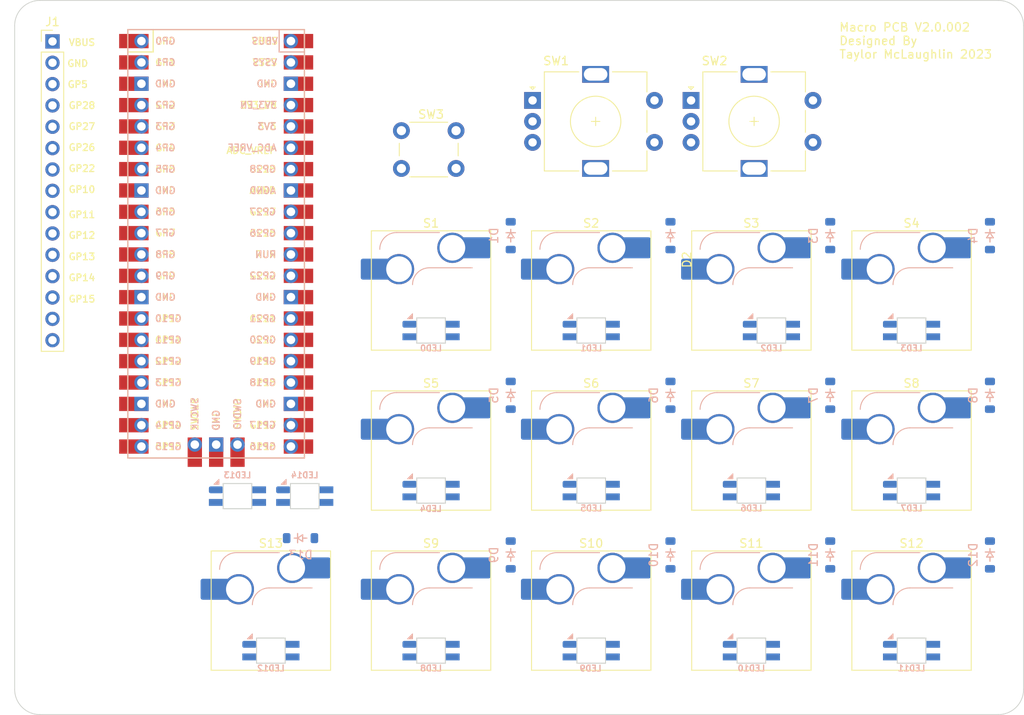
<source format=kicad_pcb>
(kicad_pcb (version 20221018) (generator pcbnew)
  (layers (0 "F.Cu" signal) (31 "B.Cu" signal) (34 "B.Paste" user) (35 "F.Paste" user) (36 "B.SilkS" user "B.Silkscreen") (37 "F.SilkS" user "F.Silkscreen") (38 "B.Mask" user) (39 "F.Mask" user) (44 "Edge.Cuts" user))
  (net 0 "")
  (net 1 "Row 0")
  (net 2 "Net-(D1-A)")
  (net 3 "Net-(D2-A)")
  (net 4 "Net-(D3-A)")
  (net 5 "Net-(D4-A)")
  (net 6 "Row 1")
  (net 7 "Net-(D5-A)")
  (net 8 "Net-(D6-A)")
  (net 9 "Net-(D7-A)")
  (net 10 "Net-(D8-A)")
  (net 11 "Row 2")
  (net 12 "Net-(D9-A)")
  (net 13 "Net-(D10-A)")
  (net 14 "Net-(D11-A)")
  (net 15 "Net-(D12-A)")
  (net 16 "ModePin")
  (net 17 "Net-(D13-A)")
  (net 18 "VBUS")
  (net 19 "GND")
  (net 20 "GPIO5")
  (net 21 "GPIO28")
  (net 22 "GPIO27")
  (net 23 "GPIO26")
  (net 24 "GPIO22")
  (net 25 "GPIO10")
  (net 26 "GPIO11")
  (net 27 "GPIO12")
  (net 28 "GPIO13")
  (net 29 "GPIO14")
  (net 30 "GPIO15")
  (net 33 "Net-(LED0-DOUT)")
  (net 34 "LED Pin")
  (net 35 "Net-(LED1-DOUT)")
  (net 36 "Net-(LED2-DOUT)")
  (net 37 "Net-(LED3-DOUT)")
  (net 38 "Net-(LED4-DOUT)")
  (net 39 "Net-(LED5-DOUT)")
  (net 40 "Net-(LED6-DOUT)")
  (net 41 "Net-(LED7-DOUT)")
  (net 42 "Net-(LED8-DOUT)")
  (net 43 "Net-(LED10-DIN)")
  (net 44 "Net-(LED10-DOUT)")
  (net 45 "Net-(LED11-DOUT)")
  (net 46 "Net-(LED13-DOUT)")
  (net 48 "Column 0")
  (net 49 "Column 1")
  (net 50 "Column 2")
  (net 51 "Column 3")
  (net 52 "Encoder 1 Pin A")
  (net 53 "Encoder 1 Pin B")
  (net 54 "Encoder 1 Button")
  (net 55 "Encoder 2 Pin A")
  (net 56 "Encoder 2 Pin B")
  (net 57 "Encoder 2 Button")
  (net 58 "Run")
  (footprint "ScottoKeebs_Components:LED_SK6812MINI" (layer "F.Cu") (at 90.71875 96.54875)
    (fp_text reference "LED9" (at -0.075 2.1125 unlocked) (layer "B.SilkS") (effects (font (size 0.7 0.7)) (justify mirror)))
    (fp_text value "LED_SK6812MINI" hide)
    (fp_line (start -1.7 -1.5) (end -1.7 1.5) (stroke (width 0.12)) (layer "Edge.Cuts"))
    (fp_line (start -1.7 1.5) (end 1.7 1.5) (stroke (width 0.12)) (layer "Edge.Cuts"))
    (fp_line (start 1.7 -1.5) (end -1.7 -1.5) (stroke (width 0.12)) (layer "Edge.Cuts"))
    (fp_line (start 1.7 1.5) (end 1.7 -1.5) (stroke (width 0.12)) (layer "Edge.Cuts"))
    (pad "1" smd rect (at 2.55 0.75) (size 1.7 0.82) (layers "B.Cu" "B.Paste" "B.Mask") (net 43 "Net-(LED10-DIN)"))
    (pad "2" smd rect (at 2.55 -0.75) (size 1.7 0.82) (layers "B.Cu" "B.Paste" "B.Mask") (net 19 "GND"))
    (pad "3" smd roundrect (at -2.55 -0.75) (size 1.7 0.82) (layers "B.Cu" "B.Paste" "B.Mask") (net 42 "Net-(LED8-DOUT)"))
    (pad "4" smd rect (at -2.55 0.75) (size 1.7 0.82) (layers "B.Cu" "B.Paste" "B.Mask") (net 18 "VBUS"))
  )
  (footprint "ScottoKeebs_Components:LED_SK6812MINI" (layer "F.Cu") (at 90.71875 77.49875)
    (fp_text reference "LED5" (at 0 2.1 unlocked) (layer "B.SilkS") (effects (font (size 0.7 0.7)) (justify mirror)))
    (fp_text value "LED_SK6812MINI" hide)
    (fp_line (start -1.7 -1.5) (end -1.7 1.5) (stroke (width 0.12)) (layer "Edge.Cuts"))
    (fp_line (start -1.7 1.5) (end 1.7 1.5) (stroke (width 0.12)) (layer "Edge.Cuts"))
    (fp_line (start 1.7 -1.5) (end -1.7 -1.5) (stroke (width 0.12)) (layer "Edge.Cuts"))
    (fp_line (start 1.7 1.5) (end 1.7 -1.5) (stroke (width 0.12)) (layer "Edge.Cuts"))
    (pad "1" smd rect (at 2.55 0.75) (size 1.7 0.82) (layers "B.Cu" "B.Paste" "B.Mask") (net 39 "Net-(LED5-DOUT)"))
    (pad "2" smd rect (at 2.55 -0.75) (size 1.7 0.82) (layers "B.Cu" "B.Paste" "B.Mask") (net 19 "GND"))
    (pad "3" smd roundrect (at -2.55 -0.75) (size 1.7 0.82) (layers "B.Cu" "B.Paste" "B.Mask") (net 38 "Net-(LED4-DOUT)"))
    (pad "4" smd rect (at -2.55 0.75) (size 1.7 0.82) (layers "B.Cu" "B.Paste" "B.Mask") (net 18 "VBUS"))
  )
  (footprint "ScottoKeebs_Hotswap:Hotswap_MX_Plated_1.00u" (layer "F.Cu") (at 71.66875 91.78625)
    (fp_text reference "S9" (at 0 -8) (layer "F.SilkS"))
    (fp_text value "Keyswitch")
    (pad "" np_thru_hole circle (at -5.08 0) (size 1.75 1.75) (drill 1.75) (layers "F&B.Cu" "*.Mask") (clearance 0.1))
    (pad "" np_thru_hole circle (at 0 0) (size 4 4) (drill 4) (layers "F&B.Cu" "*.Mask"))
    (pad "" np_thru_hole circle (at 5.08 0) (size 1.75 1.75) (drill 1.75) (layers "F&B.Cu" "*.Mask"))
    (pad "1" smd roundrect (at -6.585 -2.54) (size 3.55 2.5) (layers "B.Cu") (roundrect_rratio 0.1) (net 48 "Column 0"))
    (pad "1" thru_hole circle (at -3.81 -2.54) (size 3.6 3.6) (drill 3.05) (layers "*.Cu" "*.Mask") (net 48 "Column 0"))
    (pad "2" thru_hole circle (at 2.54 -5.08) (size 3.6 3.6) (drill 3.05) (layers "*.Cu" "*.Mask") (net 12 "Net-(D9-A)"))
    (pad "2" smd roundrect (at 5.32 -5.08) (size 3.55 2.5) (layers "B.Cu") (roundrect_rratio 0.1) (net 12 "Net-(D9-A)"))
  )
  (footprint "ScottoKeebs_Components:LED_SK6812MINI" (layer "F.Cu") (at 128.81875 58.44875)
    (fp_text reference "LED3" (at 0 2.1 unlocked) (layer "B.SilkS") (effects (font (size 0.7 0.7)) (justify mirror)))
    (fp_text value "LED_SK6812MINI" hide)
    (fp_line (start -1.7 -1.5) (end -1.7 1.5) (stroke (width 0.12)) (layer "Edge.Cuts"))
    (fp_line (start -1.7 1.5) (end 1.7 1.5) (stroke (width 0.12)) (layer "Edge.Cuts"))
    (fp_line (start 1.7 -1.5) (end -1.7 -1.5) (stroke (width 0.12)) (layer "Edge.Cuts"))
    (fp_line (start 1.7 1.5) (end 1.7 -1.5) (stroke (width 0.12)) (layer "Edge.Cuts"))
    (pad "1" smd rect (at 2.55 0.75) (size 1.7 0.82) (layers "B.Cu" "B.Paste" "B.Mask") (net 37 "Net-(LED3-DOUT)"))
    (pad "2" smd rect (at 2.55 -0.75) (size 1.7 0.82) (layers "B.Cu" "B.Paste" "B.Mask") (net 19 "GND"))
    (pad "3" smd roundrect (at -2.55 -0.75) (size 1.7 0.82) (layers "B.Cu" "B.Paste" "B.Mask") (net 36 "Net-(LED2-DOUT)"))
    (pad "4" smd rect (at -2.55 0.75) (size 1.7 0.82) (layers "B.Cu" "B.Paste" "B.Mask") (net 18 "VBUS"))
  )
  (footprint "Rotary_Encoder:RotaryEncoder_Alps_EC11E-Switch_Vertical_H20mm" (layer "F.Cu") (at 83.74375 31.06125)
    (fp_text reference "SW1" (at 2.8 -4.7) (layer "F.SilkS"))
    (fp_text value "RotaryEncoder_Switch")
    (pad "A" thru_hole rect (at 0 0) (size 2 2) (drill 1) (layers "*.Cu" "*.Mask") (net 52 "Encoder 1 Pin A"))
    (pad "B" thru_hole circle (at 0 5) (size 2 2) (drill 1) (layers "*.Cu" "*.Mask") (net 53 "Encoder 1 Pin B"))
    (pad "C" thru_hole circle (at 0 2.5) (size 2 2) (drill 1) (layers "*.Cu" "*.Mask") (net 19 "GND"))
    (pad "MP" thru_hole rect (at 7.5 -3.1) (size 3.2 2) (drill oval 2.8 1.5) (layers "*.Cu" "*.Mask"))
    (pad "MP" thru_hole rect (at 7.5 8.1) (size 3.2 2) (drill oval 2.8 1.5) (layers "*.Cu" "*.Mask"))
    (pad "S1" thru_hole circle (at 14.5 5) (size 2 2) (drill 1) (layers "*.Cu" "*.Mask") (net 54 "Encoder 1 Button"))
    (pad "S2" thru_hole circle (at 14.5 0) (size 2 2) (drill 1) (layers "*.Cu" "*.Mask") (net 19 "GND"))
  )
  (footprint "ScottoKeebs_Components:LED_SK6812MINI" (layer "F.Cu") (at 52.61875 96.54875)
    (fp_text reference "LED12" (at 0 2.1 unlocked) (layer "B.SilkS") (effects (font (size 0.7 0.7)) (justify mirror)))
    (fp_text value "LED_SK6812MINI" hide)
    (fp_line (start -1.7 -1.5) (end -1.7 1.5) (stroke (width 0.12)) (layer "Edge.Cuts"))
    (fp_line (start -1.7 1.5) (end 1.7 1.5) (stroke (width 0.12)) (layer "Edge.Cuts"))
    (fp_line (start 1.7 -1.5) (end -1.7 -1.5) (stroke (width 0.12)) (layer "Edge.Cuts"))
    (fp_line (start 1.7 1.5) (end 1.7 -1.5) (stroke (width 0.12)) (layer "Edge.Cuts"))
    (pad "1" smd rect (at 2.55 0.75) (size 1.7 0.82) (layers "B.Cu" "B.Paste" "B.Mask") (net 18 "VBUS"))
    (pad "2" smd rect (at 2.55 -0.75) (size 1.7 0.82) (layers "B.Cu" "B.Paste" "B.Mask") (net 19 "GND"))
    (pad "3" smd roundrect (at -2.55 -0.75) (size 1.7 0.82) (layers "B.Cu" "B.Paste" "B.Mask") (net 45 "Net-(LED11-DOUT)"))
    (pad "4" smd rect (at -2.55 0.75) (size 1.7 0.82) (layers "B.Cu" "B.Paste" "B.Mask") (net 18 "VBUS"))
  )
  (footprint "ScottoKeebs_Hotswap:Hotswap_MX_Plated_1.00u" (layer "F.Cu") (at 109.76875 91.78625)
    (fp_text reference "S11" (at 0 -8) (layer "F.SilkS"))
    (fp_text value "Keyswitch")
    (pad "" np_thru_hole circle (at -5.08 0) (size 1.75 1.75) (drill 1.75) (layers "F&B.Cu" "*.Mask") (clearance 0.1))
    (pad "" np_thru_hole circle (at 0 0) (size 4 4) (drill 4) (layers "F&B.Cu" "*.Mask"))
    (pad "" np_thru_hole circle (at 5.08 0) (size 1.75 1.75) (drill 1.75) (layers "F&B.Cu" "*.Mask"))
    (pad "1" smd roundrect (at -6.585 -2.54) (size 3.55 2.5) (layers "B.Cu") (roundrect_rratio 0.1) (net 50 "Column 2"))
    (pad "1" thru_hole circle (at -3.81 -2.54) (size 3.6 3.6) (drill 3.05) (layers "*.Cu" "*.Mask") (net 50 "Column 2"))
    (pad "2" thru_hole circle (at 2.54 -5.08) (size 3.6 3.6) (drill 3.05) (layers "*.Cu" "*.Mask") (net 14 "Net-(D11-A)"))
    (pad "2" smd roundrect (at 5.32 -5.08) (size 3.55 2.5) (layers "B.Cu") (roundrect_rratio 0.1) (net 14 "Net-(D11-A)"))
  )
  (footprint "ScottoKeebs_Components:LED_SK6812MINI" (layer "F.Cu") (at 112.15 58.44875)
    (fp_text reference "LED2" (at 0 2.1 unlocked) (layer "B.SilkS") (effects (font (size 0.7 0.7)) (justify mirror)))
    (fp_text value "LED_SK6812MINI" hide)
    (fp_line (start -1.7 -1.5) (end -1.7 1.5) (stroke (width 0.12)) (layer "Edge.Cuts"))
    (fp_line (start -1.7 1.5) (end 1.7 1.5) (stroke (width 0.12)) (layer "Edge.Cuts"))
    (fp_line (start 1.7 -1.5) (end -1.7 -1.5) (stroke (width 0.12)) (layer "Edge.Cuts"))
    (fp_line (start 1.7 1.5) (end 1.7 -1.5) (stroke (width 0.12)) (layer "Edge.Cuts"))
    (pad "1" smd rect (at 2.55 0.75) (size 1.7 0.82) (layers "B.Cu" "B.Paste" "B.Mask") (net 36 "Net-(LED2-DOUT)"))
    (pad "2" smd rect (at 2.55 -0.75) (size 1.7 0.82) (layers "B.Cu" "B.Paste" "B.Mask") (net 19 "GND"))
    (pad "3" smd roundrect (at -2.55 -0.75) (size 1.7 0.82) (layers "B.Cu" "B.Paste" "B.Mask") (net 35 "Net-(LED1-DOUT)"))
    (pad "4" smd rect (at -2.55 0.75) (size 1.7 0.82) (layers "B.Cu" "B.Paste" "B.Mask") (net 18 "VBUS"))
  )
  (footprint "ScottoKeebs_Components:LED_SK6812MINI" (layer "F.Cu") (at 48.64375 78.16125)
    (fp_text reference "LED13" (at 0 -2.5 unlocked) (layer "B.SilkS") (effects (font (size 0.7 0.7)) (justify mirror)))
    (fp_text value "LED_SK6812MINI" hide)
    (fp_line (start -1.7 -1.5) (end -1.7 1.5) (stroke (width 0.12)) (layer "Edge.Cuts"))
    (fp_line (start -1.7 1.5) (end 1.7 1.5) (stroke (width 0.12)) (layer "Edge.Cuts"))
    (fp_line (start 1.7 -1.5) (end -1.7 -1.5) (stroke (width 0.12)) (layer "Edge.Cuts"))
    (fp_line (start 1.7 1.5) (end 1.7 -1.5) (stroke (width 0.12)) (layer "Edge.Cuts"))
    (pad "1" smd rect (at 2.55 0.75) (size 1.7 0.82) (layers "B.Cu" "B.Paste" "B.Mask") (net 46 "Net-(LED13-DOUT)"))
    (pad "2" smd rect (at 2.55 -0.75) (size 1.7 0.82) (layers "B.Cu" "B.Paste" "B.Mask") (net 19 "GND"))
    (pad "3" smd roundrect (at -2.55 -0.75) (size 1.7 0.82) (layers "B.Cu" "B.Paste" "B.Mask") (net 18 "VBUS"))
    (pad "4" smd rect (at -2.55 0.75) (size 1.7 0.82) (layers "B.Cu" "B.Paste" "B.Mask") (net 18 "VBUS"))
  )
  (footprint "ScottoKeebs_Components:LED_SK6812MINI" (layer "F.Cu") (at 71.66875 96.54875)
    (fp_text reference "LED8" (at 0 2.1 unlocked) (layer "B.SilkS") (effects (font (size 0.7 0.7)) (justify mirror)))
    (fp_text value "LED_SK6812MINI" hide)
    (fp_line (start -1.7 -1.5) (end -1.7 1.5) (stroke (width 0.12)) (layer "Edge.Cuts"))
    (fp_line (start -1.7 1.5) (end 1.7 1.5) (stroke (width 0.12)) (layer "Edge.Cuts"))
    (fp_line (start 1.7 -1.5) (end -1.7 -1.5) (stroke (width 0.12)) (layer "Edge.Cuts"))
    (fp_line (start 1.7 1.5) (end 1.7 -1.5) (stroke (width 0.12)) (layer "Edge.Cuts"))
    (pad "1" smd rect (at 2.55 0.75) (size 1.7 0.82) (layers "B.Cu" "B.Paste" "B.Mask") (net 42 "Net-(LED8-DOUT)"))
    (pad "2" smd rect (at 2.55 -0.75) (size 1.7 0.82) (layers "B.Cu" "B.Paste" "B.Mask") (net 19 "GND"))
    (pad "3" smd roundrect (at -2.55 -0.75) (size 1.7 0.82) (layers "B.Cu" "B.Paste" "B.Mask") (net 41 "Net-(LED7-DOUT)"))
    (pad "4" smd rect (at -2.55 0.75) (size 1.7 0.82) (layers "B.Cu" "B.Paste" "B.Mask") (net 18 "VBUS"))
  )
  (footprint "ScottoKeebs_Hotswap:Hotswap_MX_Plated_1.00u" (layer "F.Cu") (at 71.66875 72.73625)
    (fp_text reference "S5" (at 0 -8) (layer "F.SilkS"))
    (fp_text value "Keyswitch")
    (pad "" np_thru_hole circle (at -5.08 0) (size 1.75 1.75) (drill 1.75) (layers "F&B.Cu" "*.Mask") (clearance 0.1))
    (pad "" np_thru_hole circle (at 0 0) (size 4 4) (drill 4) (layers "F&B.Cu" "*.Mask"))
    (pad "" np_thru_hole circle (at 5.08 0) (size 1.75 1.75) (drill 1.75) (layers "F&B.Cu" "*.Mask"))
    (pad "1" smd roundrect (at -6.585 -2.54) (size 3.55 2.5) (layers "B.Cu") (roundrect_rratio 0.1) (net 48 "Column 0"))
    (pad "1" thru_hole circle (at -3.81 -2.54) (size 3.6 3.6) (drill 3.05) (layers "*.Cu" "*.Mask") (net 48 "Column 0"))
    (pad "2" thru_hole circle (at 2.54 -5.08) (size 3.6 3.6) (drill 3.05) (layers "*.Cu" "*.Mask") (net 7 "Net-(D5-A)"))
    (pad "2" smd roundrect (at 5.32 -5.08) (size 3.55 2.5) (layers "B.Cu") (roundrect_rratio 0.1) (net 7 "Net-(D5-A)"))
  )
  (footprint "ScottoKeebs_Components:LED_SK6812MINI" (layer "F.Cu") (at 109.76875 96.54875)
    (fp_text reference "LED10" (at 0 2.1 unlocked) (layer "B.SilkS") (effects (font (size 0.7 0.7)) (justify mirror)))
    (fp_text value "LED_SK6812MINI" hide)
    (fp_line (start -1.7 -1.5) (end -1.7 1.5) (stroke (width 0.12)) (layer "Edge.Cuts"))
    (fp_line (start -1.7 1.5) (end 1.7 1.5) (stroke (width 0.12)) (layer "Edge.Cuts"))
    (fp_line (start 1.7 -1.5) (end -1.7 -1.5) (stroke (width 0.12)) (layer "Edge.Cuts"))
    (fp_line (start 1.7 1.5) (end 1.7 -1.5) (stroke (width 0.12)) (layer "Edge.Cuts"))
    (pad "1" smd rect (at 2.55 0.75) (size 1.7 0.82) (layers "B.Cu" "B.Paste" "B.Mask") (net 44 "Net-(LED10-DOUT)"))
    (pad "2" smd rect (at 2.55 -0.75) (size 1.7 0.82) (layers "B.Cu" "B.Paste" "B.Mask") (net 19 "GND"))
    (pad "3" smd roundrect (at -2.55 -0.75) (size 1.7 0.82) (layers "B.Cu" "B.Paste" "B.Mask") (net 43 "Net-(LED10-DIN)"))
    (pad "4" smd rect (at -2.55 0.75) (size 1.7 0.82) (layers "B.Cu" "B.Paste" "B.Mask") (net 18 "VBUS"))
  )
  (footprint "Button_Switch_THT:SW_PUSH_6mm_H7.3mm" (layer "F.Cu") (at 68.14375 34.66125)
    (fp_text reference "SW3" (at 3.525 -1.93) (layer "F.SilkS"))
    (fp_text value "SW_Push")
    (pad "1" thru_hole circle (at 0 0 90) (size 2 2) (drill 1.1) (layers "*.Cu" "*.Mask") (net 19 "GND"))
    (pad "1" thru_hole circle (at 6.5 0 90) (size 2 2) (drill 1.1) (layers "*.Cu" "*.Mask") (net 19 "GND"))
    (pad "2" thru_hole circle (at 0 4.5 90) (size 2 2) (drill 1.1) (layers "*.Cu" "*.Mask") (net 58 "Run"))
    (pad "2" thru_hole circle (at 6.5 4.5 90) (size 2 2) (drill 1.1) (layers "*.Cu" "*.Mask") (net 58 "Run"))
  )
  (footprint "ScottoKeebs_Components:LED_SK6812MINI" (layer "F.Cu") (at 128.81875 77.49875)
    (fp_text reference "LED7" (at 0 2.1 unlocked) (layer "B.SilkS") (effects (font (size 0.7 0.7)) (justify mirror)))
    (fp_text value "LED_SK6812MINI" hide)
    (fp_line (start -1.7 -1.5) (end -1.7 1.5) (stroke (width 0.12)) (layer "Edge.Cuts"))
    (fp_line (start -1.7 1.5) (end 1.7 1.5) (stroke (width 0.12)) (layer "Edge.Cuts"))
    (fp_line (start 1.7 -1.5) (end -1.7 -1.5) (stroke (width 0.12)) (layer "Edge.Cuts"))
    (fp_line (start 1.7 1.5) (end 1.7 -1.5) (stroke (width 0.12)) (layer "Edge.Cuts"))
    (pad "1" smd rect (at 2.55 0.75) (size 1.7 0.82) (layers "B.Cu" "B.Paste" "B.Mask") (net 41 "Net-(LED7-DOUT)"))
    (pad "2" smd rect (at 2.55 -0.75) (size 1.7 0.82) (layers "B.Cu" "B.Paste" "B.Mask") (net 19 "GND"))
    (pad "3" smd roundrect (at -2.55 -0.75) (size 1.7 0.82) (layers "B.Cu" "B.Paste" "B.Mask") (net 40 "Net-(LED6-DOUT)"))
    (pad "4" smd rect (at -2.55 0.75) (size 1.7 0.82) (layers "B.Cu" "B.Paste" "B.Mask") (net 18 "VBUS"))
  )
  (footprint "ScottoKeebs_Components:LED_SK6812MINI" (layer "F.Cu") (at 71.66875 58.44875)
    (fp_text reference "LED0" (at 0 2.1 unlocked) (layer "B.SilkS") (effects (font (size 0.7 0.7)) (justify mirror)))
    (fp_text value "LED_SK6812MINI" hide)
    (fp_line (start -1.7 -1.5) (end -1.7 1.5) (stroke (width 0.12)) (layer "Edge.Cuts"))
    (fp_line (start -1.7 1.5) (end 1.7 1.5) (stroke (width 0.12)) (layer "Edge.Cuts"))
    (fp_line (start 1.7 -1.5) (end -1.7 -1.5) (stroke (width 0.12)) (layer "Edge.Cuts"))
    (fp_line (start 1.7 1.5) (end 1.7 -1.5) (stroke (width 0.12)) (layer "Edge.Cuts"))
    (pad "1" smd rect (at 2.55 0.75) (size 1.7 0.82) (layers "B.Cu" "B.Paste" "B.Mask") (net 33 "Net-(LED0-DOUT)"))
    (pad "2" smd rect (at 2.55 -0.75) (size 1.7 0.82) (layers "B.Cu" "B.Paste" "B.Mask") (net 19 "GND"))
    (pad "3" smd roundrect (at -2.55 -0.75) (size 1.7 0.82) (layers "B.Cu" "B.Paste" "B.Mask") (net 34 "LED Pin"))
    (pad "4" smd rect (at -2.55 0.75) (size 1.7 0.82) (layers "B.Cu" "B.Paste" "B.Mask") (net 18 "VBUS"))
  )
  (footprint "ScottoKeebs_Components:LED_SK6812MINI" (layer "F.Cu") (at 71.66875 77.49875)
    (fp_text reference "LED4" (at -0.025 2.1625 unlocked) (layer "B.SilkS") (effects (font (size 0.7 0.7)) (justify mirror)))
    (fp_text value "LED_SK6812MINI" hide)
    (fp_line (start -1.7 -1.5) (end -1.7 1.5) (stroke (width 0.12)) (layer "Edge.Cuts"))
    (fp_line (start -1.7 1.5) (end 1.7 1.5) (stroke (width 0.12)) (layer "Edge.Cuts"))
    (fp_line (start 1.7 -1.5) (end -1.7 -1.5) (stroke (width 0.12)) (layer "Edge.Cuts"))
    (fp_line (start 1.7 1.5) (end 1.7 -1.5) (stroke (width 0.12)) (layer "Edge.Cuts"))
    (pad "1" smd rect (at 2.55 0.75) (size 1.7 0.82) (layers "B.Cu" "B.Paste" "B.Mask") (net 38 "Net-(LED4-DOUT)"))
    (pad "2" smd rect (at 2.55 -0.75) (size 1.7 0.82) (layers "B.Cu" "B.Paste" "B.Mask") (net 19 "GND"))
    (pad "3" smd roundrect (at -2.55 -0.75) (size 1.7 0.82) (layers "B.Cu" "B.Paste" "B.Mask") (net 37 "Net-(LED3-DOUT)"))
    (pad "4" smd rect (at -2.55 0.75) (size 1.7 0.82) (layers "B.Cu" "B.Paste" "B.Mask") (net 18 "VBUS"))
  )
  (footprint "ScottoKeebs_Hotswap:Hotswap_MX_Plated_1.00u" (layer "F.Cu") (at 90.71875 53.68625)
    (fp_text reference "S2" (at 0 -8) (layer "F.SilkS"))
    (fp_text value "Keyswitch")
    (pad "" np_thru_hole circle (at -5.08 0) (size 1.75 1.75) (drill 1.75) (layers "F&B.Cu" "*.Mask") (clearance 0.1))
    (pad "" np_thru_hole circle (at 0 0) (size 4 4) (drill 4) (layers "F&B.Cu" "*.Mask"))
    (pad "" np_thru_hole circle (at 5.08 0) (size 1.75 1.75) (drill 1.75) (layers "F&B.Cu" "*.Mask"))
    (pad "1" smd roundrect (at -6.585 -2.54) (size 3.55 2.5) (layers "B.Cu") (roundrect_rratio 0.1) (net 49 "Column 1"))
    (pad "1" thru_hole circle (at -3.81 -2.54) (size 3.6 3.6) (drill 3.05) (layers "*.Cu" "*.Mask") (net 49 "Column 1"))
    (pad "2" thru_hole circle (at 2.54 -5.08) (size 3.6 3.6) (drill 3.05) (layers "*.Cu" "*.Mask") (net 3 "Net-(D2-A)"))
    (pad "2" smd roundrect (at 5.32 -5.08) (size 3.55 2.5) (layers "B.Cu") (roundrect_rratio 0.1) (net 3 "Net-(D2-A)"))
  )
  (footprint "ScottoKeebs_MCU:Raspberry_Pi_Pico" (layer "F.Cu") (at 46.11 48.13)
    (fp_text reference "U1" hide)
    (fp_text value "Raspberry_Pi_Pico" hide)
    (fp_text user "GP27" (at 5.54 -3.8) (layer "B.SilkS") (effects (font (size 0.8 0.8)) (justify mirror)))
    (fp_text user "GP28" (at 5.54 -8.89) (layer "B.SilkS") (effects (font (size 0.8 0.8)) (justify mirror)))
    (fp_text user "GP21" (at 5.54 8.9) (layer "B.SilkS") (effects (font (size 0.8 0.8)) (justify mirror)))
    (fp_text user "GP0" (at -6.04 -24.13) (layer "B.SilkS") (effects (font (size 0.8 0.8)) (justify mirror)))
    (fp_text user "GND" (at -6.04 -6.35) (layer "B.SilkS") (effects (font (size 0.8 0.8)) (justify mirror)))
    (fp_text user "GP1" (at -6.04 -21.6) (layer "B.SilkS") (effects (font (size 0.8 0.8)) (justify mirror)))
    (fp_text user "GP9" (at -6.04 3.81) (layer "B.SilkS") (effects (font (size 0.8 0.8)) (justify mirror)))
    (fp_text user "GP6" (at -6.04 -3.81) (layer "B.SilkS") (effects (font (size 0.8 0.8)) (justify mirror)))
    (fp_text user "VBUS" (at 5.79 -24.13) (layer "B.SilkS") (effects (font (size 0.8 0.8)) (justify mirror)))
    (fp_text user "GP10" (at -5.69 8.89) (layer "B.SilkS") (effects (font (size 0.8 0.8)) (justify mirror)))
    (fp_text user "GP5" (at -6.04 -8.89) (layer "B.SilkS") (effects (font (size 0.8 0.8)) (justify mirror)))
    (fp_text user "VSYS" (at 5.79 -21.59) (layer "B.SilkS") (effects (font (size 0.8 0.8)) (justify mirror)))
    (fp_text user "SWDIO" (at 2.54 20.25 -90) (layer "B.SilkS") (effects (font (size 0.8 0.8)) (justify mirror)))
    (fp_text user "3V3_EN" (at 5.04 -16.51) (layer "B.SilkS") (effects (font (size 0.8 0.8)) (justify mirror)))
    (fp_text user "GND" (at 5.89 19.05) (layer "B.SilkS") (effects (font (size 0.8 0.8)) (justify mirror)))
    (fp_text user "GP15" (at -5.69 24.13) (layer "B.SilkS") (effects (font (size 0.8 0.8)) (justify mirror)))
    (fp_text user "GP20" (at 5.54 11.43) (layer "B.SilkS") (effects (font (size 0.8 0.8)) (justify mirror)))
    (fp_text user "3V3" (at 6.04 -13.97) (layer "B.SilkS") (effects (font (size 0.8 0.8)) (justify mirror)))
    (fp_text user "GND" (at 0 21 -90) (layer "B.SilkS") (effects (font (size 0.8 0.8)) (justify mirror)))
    (fp_text user "GP22" (at 5.54 3.81) (layer "B.SilkS") (effects (font (size 0.8 0.8)) (justify mirror)))
    (fp_text user "GP4" (at -6.04 -11.43) (layer "B.SilkS") (effects (font (size 0.8 0.8)) (justify mirror)))
    (fp_text user "GP19" (at 5.54 13.97) (layer "B.SilkS") (effects (font (size 0.8 0.8)) (justify mirror)))
    (fp_text user "GND" (at -6.04 -19.05) (layer "B.SilkS") (effects (font (size 0.8 0.8)) (justify mirror)))
    (fp_text user "GND" (at -6.04 6.35) (layer "B.SilkS") (effects (font (size 0.8 0.8)) (justify mirror)))
    (fp_text user "GP17" (at 5.54 21.59) (layer "B.SilkS") (effects (font (size 0.8 0.8)) (justify mirror)))
    (fp_text user "GND" (at -6.04 19.05) (layer "B.SilkS") (effects (font (size 0.8 0.8)) (justify mirror)))
    (fp_text user "ADC_VREF" (at 4.29 -11.43) (layer "B.SilkS") (effects (font (size 0.8 0.8)) (justify mirror)))
    (fp_text user "SWCLK" (at -2.54 20.25 -90) (layer "B.SilkS") (effects (font (size 0.8 0.8)) (justify mirror)))
    (fp_text user "GP3" (at -6.04 -13.97) (layer "B.SilkS") (effects (font (size 0.8 0.8)) (justify mirror)))
    (fp_text user "GP16" (at 5.54 24.13) (layer "B.SilkS") (effects (font (size 0.8 0.8)) (justify mirror)))
    (fp_text user "GND" (at 5.89 6.35) (layer "B.SilkS") (effects (font (size 0.8 0.8)) (justify mirror)))
    (fp_text user "GP18" (at 5.54 16.51) (layer "B.SilkS") (effects (font (size 0.8 0.8)) (justify mirror)))
    (fp_text user "GP13" (at -5.69 16.51) (layer "B.SilkS") (effects (font (size 0.8 0.8)) (justify mirror)))
    (fp_text user "AGND" (at 5.54 -6.35) (layer "B.SilkS") (effects (font (size 0.8 0.8)) (justify mirror)))
    (fp_text user "GP11" (at -5.69 11.43) (layer "B.SilkS") (effects (font (size 0.8 0.8)) (justify mirror)))
    (fp_text user "RUN" (at 5.89 1.27) (layer "B.SilkS") (effects (font (size 0.8 0.8)) (justify mirror)))
    (fp_text user "GND" (at 6.04 -19.05) (layer "B.SilkS") (effects (font (size 0.8 0.8)) (justify mirror)))
    (fp_text user "GP12" (at -5.69 13.97) (layer "B.SilkS") (effects (font (size 0.8 0.8)) (justify mirror)))
    (fp_text user "GP2" (at -6.04 -16.51) (layer "B.SilkS") (effects (font (size 0.8 0.8)) (justify mirror)))
    (fp_text user "GP8" (at -6.04 1.27) (layer "B.SilkS") (effects (font (size 0.8 0.8)) (justify mirror)))
    (fp_text user "GP14" (at -5.69 21.59) (layer "B.SilkS") (effects (font (size 0.8 0.8)) (justify mirror)))
    (fp_text user "GP26" (at 5.54 -1.27) (layer "B.SilkS") (effects (font (size 0.8 0.8)) (justify mirror)))
    (fp_text user "GP7" (at -6.04 -1.3) (layer "B.SilkS") (effects (font (size 0.8 0.8)) (justify mirror)))
    (fp_text user "GP0" (at -6.04 -24.13) (layer "F.SilkS") (effects (font (size 0.8 0.8))))
    (fp_text user "GP16" (at 5.54 24.13) (layer "F.SilkS") (effects (font (size 0.8 0.8))))
    (fp_text user "SWDIO" (at 2.54 20.25 90) (layer "F.SilkS") (effects (font (size 0.8 0.8))))
    (fp_text user "GND" (at 6.04 -19.05) (layer "F.SilkS") (effects (font (size 0.8 0.8))))
    (fp_text user "GP12" (at -5.69 13.97) (layer "F.SilkS") (effects (font (size 0.8 0.8))))
    (fp_text user "GND" (at -6.04 19.05) (layer "F.SilkS") (effects (font (size 0.8 0.8))))
    (fp_text user "GP26" (at 5.54 -1.27) (layer "F.SilkS") (effects (font (size 0.8 0.8))))
    (fp_text user "GP27" (at 5.54 -3.8) (layer "F.SilkS") (effects (font (size 0.8 0.8))))
    (fp_text user "3V3_EN" (at 5.04 -16.51) (layer "F.SilkS") (effects (font (size 0.8 0.8))))
    (fp_text user "RUN" (at 5.89 1.27) (layer "F.SilkS") (effects (font (size 0.8 0.8))))
    (fp_text user "GND" (at 5.89 19.05) (layer "F.SilkS") (effects (font (size 0.8 0.8))))
    (fp_text user "GP11" (at -5.69 11.43) (layer "F.SilkS") (effects (font (size 0.8 0.8))))
    (fp_text user "AGND" (at 5.54 -6.35) (layer "F.SilkS") (effects (font (size 0.8 0.8))))
    (fp_text user "GND" (at -6.04 6.35) (layer "F.SilkS") (effects (font (size 0.8 0.8))))
    (fp_text user "GP1" (at -6.04 -21.6) (layer "F.SilkS") (effects (font (size 0.8 0.8))))
    (fp_text user "GP6" (at -6.04 -3.81) (layer "F.SilkS") (effects (font (size 0.8 0.8))))
    (fp_text user "3V3" (at 6.04 -13.97) (layer "F.SilkS") (effects (font (size 0.8 0.8))))
    (fp_text user "GP14" (at -5.69 21.59) (layer "F.SilkS") (effects (font (size 0.8 0.8))))
    (fp_text user "VSYS" (at 5.79 -21.59) (layer "F.SilkS") (effects (font (size 0.8 0.8))))
    (fp_text user "GP28" (at 5.54 -8.89) (layer "F.SilkS") (effects (font (size 0.8 0.8))))
    (fp_text user "GND" (at 5.89 6.35) (layer "F.SilkS") (effects (font (size 0.8 0.8))))
    (fp_text user "VBUS" (at 5.79 -24.13) (layer "F.SilkS") (effects (font (size 0.8 0.8))))
    (fp_text user "GP17" (at 5.54 21.59) (layer "F.SilkS") (effects (font (size 0.8 0.8))))
    (fp_text user "GND" (at -6.04 -6.35) (layer "F.SilkS") (effects (font (size 0.8 0.8))))
    (fp_text user "GND" (at -6.04 -19.05) (layer "F.SilkS") (effects (font (size 0.8 0.8))))
    (fp_text user "GP19" (at 5.54 13.97) (layer "F.SilkS") (effects (font (size 0.8 0.8))))
    (fp_text user "GP18" (at 5.54 16.51) (layer "F.SilkS") (effects (font (size 0.8 0.8))))
    (fp_text user "GP7" (at -6.04 -1.3) (layer "F.SilkS") (effects (font (size 0.8 0.8))))
    (fp_text user "GP21" (at 5.54 8.9) (layer "F.SilkS") (effects (font (size 0.8 0.8))))
    (fp_text user "GP10" (at -5.69 8.89) (layer "F.SilkS") (effects (font (size 0.8 0.8))))
    (fp_text user "GP20" (at 5.54 11.43) (layer "F.SilkS") (effects (font (size 0.8 0.8))))
    (fp_text user "GP5" (at -6.04 -8.89) (layer "F.SilkS") (effects (font (size 0.8 0.8))))
    (fp_text user "GP3" (at -6.04 -13.97) (layer "F.SilkS") (effects (font (size 0.8 0.8))))
    (fp_text user "GP13" (at -5.69 16.51) (layer "F.SilkS") (effects (font (size 0.8 0.8))))
    (fp_text user "GP22" (at 5.54 3.81) (layer "F.SilkS") (effects (font (size 0.8 0.8))))
    (fp_text user "GND" (at 0 21 90) (layer "F.SilkS") (effects (font (size 0.8 0.8))))
    (fp_text user "ADC_VREF" (at 4.1275 -11.1125) (layer "F.SilkS") (effects (font (size 0.8 0.8))))
    (fp_text user "GP9" (at -6.04 3.81) (layer "F.SilkS") (effects (font (size 0.8 0.8))))
    (fp_text user "GP8" (at -6.04 1.27) (layer "F.SilkS") (effects (font (size 0.8 0.8))))
    (fp_text user "GP2" (at -6.04 -16.51) (layer "F.SilkS") (effects (font (size 0.8 0.8))))
    (fp_text user "SWCLK" (at -2.54 20.25 90) (layer "F.SilkS") (effects (font (size 0.8 0.8))))
    (fp_text user "GP15" (at -5.69 24.13) (layer "F.SilkS") (effects (font (size 0.8 0.8))))
    (fp_text user "GP4" (at -6.04 -11.43) (layer "F.SilkS") (effects (font (size 0.8 0.8))))
    (pad "1" thru_hole oval (at -8.89 -24.13) (size 1.7 1.7) (drill 1.02) (layers "*.Cu" "*.Mask") (net 16 "ModePin"))
    (pad "1" smd rect (at -8.89 -24.13) (size 3.5 1.7) (drill (offset -0.9 0)) (layers "F.Cu" "F.Mask") (net 16 "ModePin"))
    (pad "2" thru_hole oval (at -8.89 -21.59) (size 1.7 1.7) (drill 1.02) (layers "*.Cu" "*.Mask") (net 34 "LED Pin"))
    (pad "2" smd rect (at -8.89 -21.59) (size 3.5 1.7) (drill (offset -0.9 0)) (layers "F.Cu" "F.Mask") (net 34 "LED Pin"))
    (pad "3" thru_hole rect (at -8.89 -19.05) (size 1.7 1.7) (drill 1.02) (layers "*.Cu" "*.Mask") (net 19 "GND"))
    (pad "3" smd rect (at -8.89 -19.05) (size 3.5 1.7) (drill (offset -0.9 0)) (layers "F.Cu" "F.Mask") (net 19 "GND"))
    (pad "4" thru_hole oval (at -8.89 -16.51) (size 1.7 1.7) (drill 1.02) (layers "*.Cu" "*.Mask") (net 1 "Row 0"))
    (pad "4" smd rect (at -8.89 -16.51) (size 3.5 1.7) (drill (offset -0.9 0)) (layers "F.Cu" "F.Mask") (net 1 "Row 0"))
    (pad "5" thru_hole oval (at -8.89 -13.97) (size 1.7 1.7) (drill 1.02) (layers "*.Cu" "*.Mask") (net 6 "Row 1"))
    (pad "5" smd rect (at -8.89 -13.97) (size 3.5 1.7) (drill (offset -0.9 0)) (layers "F.Cu" "F.Mask") (net 6 "Row 1"))
    (pad "6" thru_hole oval (at -8.89 -11.43) (size 1.7 1.7) (drill 1.02) (layers "*.Cu" "*.Mask") (net 11 "Row 2"))
    (pad "6" smd rect (at -8.89 -11.43) (size 3.5 1.7) (drill (offset -0.9 0)) (layers "F.Cu" "F.Mask") (net 11 "Row 2"))
    (pad "7" thru_hole oval (at -8.89 -8.89) (size 1.7 1.7) (drill 1.02) (layers "*.Cu" "*.Mask") (net 20 "GPIO5"))
    (pad "7" smd rect (at -8.89 -8.89) (size 3.5 1.7) (drill (offset -0.9 0)) (layers "F.Cu" "F.Mask") (net 20 "GPIO5"))
    (pad "8" thru_hole rect (at -8.89 -6.35) (size 1.7 1.7) (drill 1.02) (layers "*.Cu" "*.Mask"))
    (pad "8" smd rect (at -8.89 -6.35) (size 3.5 1.7) (drill (offset -0.9 0)) (layers "F.Cu" "F.Mask"))
    (pad "9" thru_hole oval (at -8.89 -3.81) (size 1.7 1.7) (drill 1.02) (layers "*.Cu" "*.Mask") (net 51 "Column 3"))
    (pad "9" smd rect (at -8.89 -3.81) (size 3.5 1.7) (drill (offset -0.9 0)) (layers "F.Cu" "F.Mask") (net 51 "Column 3"))
    (pad "10" thru_hole oval (at -8.89 -1.27) (size 1.7 1.7) (drill 1.02) (layers "*.Cu" "*.Mask") (net 50 "Column 2"))
    (pad "10" smd rect (at -8.89 -1.27) (size 3.5 1.7) (drill (offset -0.9 0)) (layers "F.Cu" "F.Mask") (net 50 "Column 2"))
    (pad "11" thru_hole oval (at -8.89 1.27) (size 1.7 1.7) (drill 1.02) (layers "*.Cu" "*.Mask") (net 49 "Column 1"))
    (pad "11" smd rect (at -8.89 1.27) (size 3.5 1.7) (drill (offset -0.9 0)) (layers "F.Cu" "F.Mask") (net 49 "Column 1"))
    (pad "12" thru_hole oval (at -8.89 3.81) (size 1.7 1.7) (drill 1.02) (layers "*.Cu" "*.Mask") (net 48 "Column 0"))
    (pad "12" smd rect (at -8.89 3.81) (size 3.5 1.7) (drill (offset -0.9 0)) (layers "F.Cu" "F.Mask") (net 48 "Column 0"))
    (pad "13" thru_hole rect (at -8.89 6.35) (size 1.7 1.7) (drill 1.02) (layers "*.Cu" "*.Mask"))
    (pad "13" smd rect (at -8.89 6.35) (size 3.5 1.7) (drill (offset -0.9 0)) (layers "F.Cu" "F.Mask"))
    (pad "14" thru_hole oval (at -8.89 8.89) (size 1.7 1.7) (drill 1.02) (layers "*.Cu" "*.Mask") (net 25 "GPIO10"))
    (pad "14" smd rect (at -8.89 8.89) (size 3.5 1.7) (drill (offset -0.9 0)) (layers "F.Cu" "F.Mask") (net 25 "GPIO10"))
    (pad "15" thru_hole oval (at -8.89 11.43) (size 1.7 1.7) (drill 1.02) (layers "*.Cu" "*.Mask") (net 26 "GPIO11"))
    (pad "15" smd rect (at -8.89 11.43) (size 3.5 1.7) (drill (offset -0.9 0)) (layers "F.Cu" "F.Mask") (net 26 "GPIO11"))
    (pad "16" thru_hole oval (at -8.89 13.97) (size 1.7 1.7) (drill 1.02) (layers "*.Cu" "*.Mask") (net 27 "GPIO12"))
    (pad "16" smd rect (at -8.89 13.97) (size 3.5 1.7) (drill (offset -0.9 0)) (layers "F.Cu" "F.Mask") (net 27 "GPIO12"))
    (pad "17" thru_hole oval (at -8.89 16.51) (size 1.7 1.7) (drill 1.02) (layers "*.Cu" "*.Mask") (net 28 "GPIO13"))
    (pad "17" smd rect (at -8.89 16.51) (size 3.5 1.7) (drill (offset -0.9 0)) (layers "F.Cu" "F.Mask") (net 28 "GPIO13"))
    (pad "18" thru_hole rect (at -8.89 19.05) (size 1.7 1.7) (drill 1.02) (layers "*.Cu" "*.Mask") (net 19 "GND"))
    (pad "18" smd rect (at -8.89 19.05) (size 3.5 1.7) (drill (offset -0.9 0)) (layers "F.Cu" "F.Mask") (net 19 "GND"))
    (pad "19" thru_hole oval (at -8.89 21.59) (size 1.7 1.7) (drill 1.02) (layers "*.Cu" "*.Mask") (net 29 "GPIO14"))
    (pad "19" smd rect (at -8.89 21.59) (size 3.5 1.7) (drill (offset -0.9 0)) (layers "F.Cu" "F.Mask") (net 29 "GPIO14"))
    (pad "20" thru_hole oval (at -8.89 24.13) (size 1.7 1.7) (drill 1.02) (layers "*.Cu" "*.Mask") (net 30 "GPIO15"))
    (pad "20" smd rect (at -8.89 24.13) (size 3.5 1.7) (drill (offset -0.9 0)) (layers "F.Cu" "F.Mask") (net 30 "GPIO15"))
    (pad "21" thru_hole oval (at 8.89 24.13) (size 1.7 1.7) (drill 1.02) (layers "*.Cu" "*.Mask") (net 57 "Encoder 2 Button"))
    (pad "21" smd rect (at 8.89 24.13) (size 3.5 1.7) (drill (offset 0.9 0)) (layers "F.Cu" "F.Mask") (net 57 "Encoder 2 Button"))
    (pad "22" thru_hole oval (at 8.89 21.59) (size 1.7 1.7) (drill 1.02) (layers "*.Cu" "*.Mask") (net 54 "Encoder 1 Button"))
    (pad "22" smd rect (at 8.89 21.59) (size 3.5 1.7) (drill (offset 0.9 0)) (layers "F.Cu" "F.Mask") (net 54 "Encoder 1 Button"))
    (pad "23" thru_hole rect (at 8.89 19.05) (size 1.7 1.7) (drill 1.02) (layers "*.Cu" "*.Mask"))
    (pad "23" smd rect (at 8.89 19.05) (size 3.5 1.7) (drill (offset 0.9 0)) (layers "F.Cu" "F.Mask"))
    (pad "24" thru_hole oval (at 8.89 16.51) (size 1.7 1.7) (drill 1.02) (layers "*.Cu" "*.Mask") (net 56 "Encoder 2 Pin B"))
    (pad "24" smd rect (at 8.89 16.51) (size 3.5 1.7) (drill (offset 0.9 0)) (layers "F.Cu" "F.Mask") (net 56 "Encoder 2 Pin B"))
    (pad "25" thru_hole oval (at 8.89 13.97) (size 1.7 1.7) (drill 1.02) (layers "*.Cu" "*.Mask") (net 55 "Encoder 2 Pin A"))
    (pad "25" smd rect (at 8.89 13.97) (size 3.5 1.7) (drill (offset 0.9 0)) (layers "F.Cu" "F.Mask") (net 55 "Encoder 2 Pin A"))
    (pad "26" thru_hole oval (at 8.89 11.43) (size 1.7 1.7) (drill 1.02) (layers "*.Cu" "*.Mask") (net 53 "Encoder 1 Pin B"))
    (pad "26" smd rect (at 8.89 11.43) (size 3.5 1.7) (drill (offset 0.9 0)) (layers "F.Cu" "F.Mask") (net 53 "Encoder 1 Pin B"))
    (pad "27" thru_hole oval (at 8.89 8.89) (size 1.7 1.7) (drill 1.02) (layers "*.Cu" "*.Mask") (net 52 "Encoder 1 Pin A"))
    (pad "27" smd rect (at 8.89 8.89) (size 3.5 1.7) (drill (offset 0.9 0)) (layers "F.Cu" "F.Mask") (net 52 "Encoder 1 Pin A"))
    (pad "28" thru_hole rect (at 8.89 6.35) (size 1.7 1.7) (drill 1.02) (layers "*.Cu" "*.Mask") (net 19 "GND"))
    (pad "28" smd rect (at 8.89 6.35) (size 3.5 1.7) (drill (offset 0.9 0)) (layers "F.Cu" "F.Mask") (net 19 "GND"))
    (pad "29" thru_hole oval (at 8.89 3.81) (size 1.7 1.7) (drill 1.02) (layers "*.Cu" "*.Mask") (net 24 "GPIO22"))
    (pad "29" smd rect (at 8.89 3.81) (size 3.5 1.7) (drill (offset 0.9 0)) (layers "F.Cu" "F.Mask") (net 24 "GPIO22"))
    (pad "30" thru_hole oval (at 8.89 1.27) (size 1.7 1.7) (drill 1.02) (layers "*.Cu" "*.Mask") (net 58 "Run"))
    (pad "30" smd rect (at 8.89 1.27) (size 3.5 1.7) (drill (offset 0.9 0)) (layers "F.Cu" "F.Mask") (net 58 "Run"))
    (pad "31" thru_hole oval (at 8.89 -1.27) (size 1.7 1.7) (drill 1.02) (layers "*.Cu" "*.Mask") (net 23 "GPIO26"))
    (pad "31" smd rect (at 8.89 -1.27) (size 3.5 1.7) (drill (offset 0.9 0)) (layers "F.Cu" "F.Mask") (net 23 "GPIO26"))
    (pad "32" thru_hole oval (at 8.89 -3.81) (size 1.7 1.7) (drill 1.02) (layers "*.Cu" "*.Mask") (net 22 "GPIO27"))
    (pad "32" smd rect (at 8.89 -3.81) (size 3.5 1.7) (drill (offset 0.9 0)) (layers "F.Cu" "F.Mask") (net 22 "GPIO27"))
    (pad "33" thru_hole rect (at 8.89 -6.35) (size 1.7 1.7) (drill 1.02) (layers "*.Cu" "*.Mask"))
    (pad "33" smd rect (at 8.89 -6.35) (size 3.5 1.7) (drill (offset 0.9 0)) (layers "F.Cu" "F.Mask"))
    (pad "34" thru_hole oval (at 8.89 -8.89) (size 1.7 1.7) (drill 1.02) (layers "*.Cu" "*.Mask") (net 21 "GPIO28"))
    (pad "34" smd rect (at 8.89 -8.89) (size 3.5 1.7) (drill (offset 0.9 0)) (layers "F.Cu" "F.Mask") (net 21 "GPIO28"))
    (pad "35" thru_hole oval (at 8.89 -11.43) (size 1.7 1.7) (drill 1.02) (layers "*.Cu" "*.Mask"))
    (pad "35" smd rect (at 8.89 -11.43) (size 3.5 1.7) (drill (offset 0.9 0)) (layers "F.Cu" "F.Mask"))
    (pad "36" thru_hole oval (at 8.89 -13.97) (size 1.7 1.7) (drill 1.02) (layers "*.Cu" "*.Mask"))
    (pad "36" smd rect (at 8.89 -13.97) (size 3.5 1.7) (drill (offset 0.9 0)) (layers "F.Cu" "F.Mask"))
    (pad "37" thru_hole oval (at 8.89 -16.51) (size 1.7 1.7) (drill 1.02) (layers "*.Cu" "*.Mask"))
    (pad "37" smd rect (at 8.89 -16.51) (size 3.5 1.7) (drill (offset 0.9 0)) (layers "F.Cu" "F.Mask"))
    (pad "38" thru_hole rect (at 8.89 -19.05) (size 1.7 1.7) (drill 1.02) (layers "*.Cu" "*.Mask") (net 19 "GND"))
    (pad "38" smd rect (at 8.89 -19.05) (size 3.5 1.7) (drill (offset 0.9 0)) (layers "F.Cu" "F.Mask") (net 19 "GND"))
    (pad "39" thru_hole oval (at 8.89 -21.59) (size 1.7 1.7) (drill 1.02) (layers "*.Cu" "*.Mask"))
    (pad "39" smd rect (at 8.89 -21.59) (size 3.5 1.7) (drill (offset 0.9 0)) (layers "F.Cu" "F.Mask"))
    (pad "40" thru_hole oval (at 8.89 -24.13) (size 1.7 1.7) (drill 1.02) (layers "*.Cu" "*.Mask") (net 18 "VBUS"))
    (pad "40" smd rect (at 8.89 -24.13) (size 3.5 1.7) (drill (offset 0.9 0)) (layers "F.Cu" "F.Mask") (net 18 "VBUS"))
    (pad "41" thru_hole oval (at -2.54 23.9) (size 1.7 1.7) (drill 1.02) (layers "*.Cu" "*.Mask"))
    (pad "41" smd rect (at -2.54 23.9 90) (size 3.5 1.7) (drill (offset -0.9 0)) (layers "F.Cu" "F.Mask"))
    (pad "42" thru_hole rect (at 0 23.9) (size 1.7 1.7) (drill 1.02) (layers "*.Cu" "*.Mask"))
    (pad "42" smd rect (at 0 23.9 90) (size 3.5 1.7) (drill (offset -0.9 0)) (layers "F.Cu" "F.Mask"))
    (pad "43" thru_hole oval (at 2.54 23.9) (size 1.7 1.7) (drill 1.02) (layers "*.Cu" "*.Mask"))
    (pad "43" smd rect (at 2.54 23.9 90) (size 3.5 1.7) (drill (offset -0.9 0)) (layers "F.Cu" "F.Mask"))
  )
  (footprint "ScottoKeebs_Hotswap:Hotswap_MX_Plated_1.00u" (layer "F.Cu") (at 90.71875 91.78625)
    (fp_text reference "S10" (at 0 -8) (layer "F.SilkS"))
    (fp_text value "Keyswitch")
    (pad "" np_thru_hole circle (at -5.08 0) (size 1.75 1.75) (drill 1.75) (layers "F&B.Cu" "*.Mask") (clearance 0.1))
    (pad "" np_thru_hole circle (at 0 0) (size 4 4) (drill 4) (layers "F&B.Cu" "*.Mask"))
    (pad "" np_thru_hole circle (at 5.08 0) (size 1.75 1.75) (drill 1.75) (layers "F&B.Cu" "*.Mask"))
    (pad "1" smd roundrect (at -6.585 -2.54) (size 3.55 2.5) (layers "B.Cu") (roundrect_rratio 0.1) (net 49 "Column 1"))
    (pad "1" thru_hole circle (at -3.81 -2.54) (size 3.6 3.6) (drill 3.05) (layers "*.Cu" "*.Mask") (net 49 "Column 1"))
    (pad "2" thru_hole circle (at 2.54 -5.08) (size 3.6 3.6) (drill 3.05) (layers "*.Cu" "*.Mask") (net 13 "Net-(D10-A)"))
    (pad "2" smd roundrect (at 5.32 -5.08) (size 3.55 2.5) (layers "B.Cu") (roundrect_rratio 0.1) (net 13 "Net-(D10-A)"))
  )
  (footprint "Rotary_Encoder:RotaryEncoder_Alps_EC11E-Switch_Vertical_H20mm" (layer "F.Cu") (at 102.59375 31.06125)
    (fp_text reference "SW2" (at 2.8 -4.7) (layer "F.SilkS"))
    (fp_text value "RotaryEncoder_Switch")
    (pad "A" thru_hole rect (at 0 0) (size 2 2) (drill 1) (layers "*.Cu" "*.Mask") (net 55 "Encoder 2 Pin A"))
    (pad "B" thru_hole circle (at 0 5) (size 2 2) (drill 1) (layers "*.Cu" "*.Mask") (net 56 "Encoder 2 Pin B"))
    (pad "C" thru_hole circle (at 0 2.5) (size 2 2) (drill 1) (layers "*.Cu" "*.Mask") (net 19 "GND"))
    (pad "MP" thru_hole rect (at 7.5 -3.1) (size 3.2 2) (drill oval 2.8 1.5) (layers "*.Cu" "*.Mask"))
    (pad "MP" thru_hole rect (at 7.5 8.1) (size 3.2 2) (drill oval 2.8 1.5) (layers "*.Cu" "*.Mask"))
    (pad "S1" thru_hole circle (at 14.5 5) (size 2 2) (drill 1) (layers "*.Cu" "*.Mask") (net 57 "Encoder 2 Button"))
    (pad "S2" thru_hole circle (at 14.5 0) (size 2 2) (drill 1) (layers "*.Cu" "*.Mask") (net 19 "GND"))
  )
  (footprint "ScottoKeebs_Components:LED_SK6812MINI" (layer "F.Cu") (at 109.76875 77.49875)
    (fp_text reference "LED6" (at 0 2.1 unlocked) (layer "B.SilkS") (effects (font (size 0.7 0.7)) (justify mirror)))
    (fp_text value "LED_SK6812MINI" hide)
    (fp_line (start -1.7 -1.5) (end -1.7 1.5) (stroke (width 0.12)) (layer "Edge.Cuts"))
    (fp_line (start -1.7 1.5) (end 1.7 1.5) (stroke (width 0.12)) (layer "Edge.Cuts"))
    (fp_line (start 1.7 -1.5) (end -1.7 -1.5) (stroke (width 0.12)) (layer "Edge.Cuts"))
    (fp_line (start 1.7 1.5) (end 1.7 -1.5) (stroke (width 0.12)) (layer "Edge.Cuts"))
    (pad "1" smd rect (at 2.55 0.75) (size 1.7 0.82) (layers "B.Cu" "B.Paste" "B.Mask") (net 40 "Net-(LED6-DOUT)"))
    (pad "2" smd rect (at 2.55 -0.75) (size 1.7 0.82) (layers "B.Cu" "B.Paste" "B.Mask") (net 19 "GND"))
    (pad "3" smd roundrect (at -2.55 -0.75) (size 1.7 0.82) (layers "B.Cu" "B.Paste" "B.Mask") (net 39 "Net-(LED5-DOUT)"))
    (pad "4" smd rect (at -2.55 0.75) (size 1.7 0.82) (layers "B.Cu" "B.Paste" "B.Mask") (net 18 "VBUS"))
  )
  (footprint "ScottoKeebs_Hotswap:Hotswap_MX_Plated_1.00u" (layer "F.Cu") (at 128.81875 53.68625)
    (fp_text reference "S4" (at 0 -8) (layer "F.SilkS"))
    (fp_text value "Keyswitch")
    (pad "" np_thru_hole circle (at -5.08 0) (size 1.75 1.75) (drill 1.75) (layers "F&B.Cu" "*.Mask") (clearance 0.1))
    (pad "" np_thru_hole circle (at 0 0) (size 4 4) (drill 4) (layers "F&B.Cu" "*.Mask"))
    (pad "" np_thru_hole circle (at 5.08 0) (size 1.75 1.75) (drill 1.75) (layers "F&B.Cu" "*.Mask"))
    (pad "1" smd roundrect (at -6.585 -2.54) (size 3.55 2.5) (layers "B.Cu") (roundrect_rratio 0.1) (net 51 "Column 3"))
    (pad "1" thru_hole circle (at -3.81 -2.54) (size 3.6 3.6) (drill 3.05) (layers "*.Cu" "*.Mask") (net 51 "Column 3"))
    (pad "2" thru_hole circle (at 2.54 -5.08) (size 3.6 3.6) (drill 3.05) (layers "*.Cu" "*.Mask") (net 5 "Net-(D4-A)"))
    (pad "2" smd roundrect (at 5.32 -5.08) (size 3.55 2.5) (layers "B.Cu") (roundrect_rratio 0.1) (net 5 "Net-(D4-A)"))
  )
  (footprint "ScottoKeebs_Hotswap:Hotswap_MX_Plated_1.00u" (layer "F.Cu") (at 128.81875 72.73625)
    (fp_text reference "S8" (at 0 -8) (layer "F.SilkS"))
    (fp_text value "Keyswitch")
    (pad "" np_thru_hole circle (at -5.08 0) (size 1.75 1.75) (drill 1.75) (layers "F&B.Cu" "*.Mask") (clearance 0.1))
    (pad "" np_thru_hole circle (at 0 0) (size 4 4) (drill 4) (layers "F&B.Cu" "*.Mask"))
    (pad "" np_thru_hole circle (at 5.08 0) (size 1.75 1.75) (drill 1.75) (layers "F&B.Cu" "*.Mask"))
    (pad "1" smd roundrect (at -6.585 -2.54) (size 3.55 2.5) (layers "B.Cu") (roundrect_rratio 0.1) (net 51 "Column 3"))
    (pad "1" thru_hole circle (at -3.81 -2.54) (size 3.6 3.6) (drill 3.05) (layers "*.Cu" "*.Mask") (net 51 "Column 3"))
    (pad "2" thru_hole circle (at 2.54 -5.08) (size 3.6 3.6) (drill 3.05) (layers "*.Cu" "*.Mask") (net 10 "Net-(D8-A)"))
    (pad "2" smd roundrect (at 5.32 -5.08) (size 3.55 2.5) (layers "B.Cu") (roundrect_rratio 0.1) (net 10 "Net-(D8-A)"))
  )
  (footprint "ScottoKeebs_Hotswap:Hotswap_MX_Plated_1.00u" (layer "F.Cu") (at 128.81875 91.78625)
    (fp_text reference "S12" (at 0 -8) (layer "F.SilkS"))
    (fp_text value "Keyswitch")
    (pad "" np_thru_hole circle (at -5.08 0) (size 1.75 1.75) (drill 1.75) (layers "F&B.Cu" "*.Mask") (clearance 0.1))
    (pad "" np_thru_hole circle (at 0 0) (size 4 4) (drill 4) (layers "F&B.Cu" "*.Mask"))
    (pad "" np_thru_hole circle (at 5.08 0) (size 1.75 1.75) (drill 1.75) (layers "F&B.Cu" "*.Mask"))
    (pad "1" smd roundrect (at -6.585 -2.54) (size 3.55 2.5) (layers "B.Cu") (roundrect_rratio 0.1) (net 51 "Column 3"))
    (pad "1" thru_hole circle (at -3.81 -2.54) (size 3.6 3.6) (drill 3.05) (layers "*.Cu" "*.Mask") (net 51 "Column 3"))
    (pad "2" thru_hole circle (at 2.54 -5.08) (size 3.6 3.6) (drill 3.05) (layers "*.Cu" "*.Mask") (net 15 "Net-(D12-A)"))
    (pad "2" smd roundrect (at 5.32 -5.08) (size 3.55 2.5) (layers "B.Cu") (roundrect_rratio 0.1) (net 15 "Net-(D12-A)"))
  )
  (footprint "ScottoKeebs_Components:LED_SK6812MINI" (layer "F.Cu") (at 128.81875 96.54875)
    (fp_text reference "LED11" (at 0 2.1 unlocked) (layer "B.SilkS") (effects (font (size 0.7 0.7)) (justify mirror)))
    (fp_text value "LED_SK6812MINI" hide)
    (fp_line (start -1.7 -1.5) (end -1.7 1.5) (stroke (width 0.12)) (layer "Edge.Cuts"))
    (fp_line (start -1.7 1.5) (end 1.7 1.5) (stroke (width 0.12)) (layer "Edge.Cuts"))
    (fp_line (start 1.7 -1.5) (end -1.7 -1.5) (stroke (width 0.12)) (layer "Edge.Cuts"))
    (fp_line (start 1.7 1.5) (end 1.7 -1.5) (stroke (width 0.12)) (layer "Edge.Cuts"))
    (pad "1" smd rect (at 2.55 0.75) (size 1.7 0.82) (layers "B.Cu" "B.Paste" "B.Mask") (net 45 "Net-(LED11-DOUT)"))
    (pad "2" smd rect (at 2.55 -0.75) (size 1.7 0.82) (layers "B.Cu" "B.Paste" "B.Mask") (net 19 "GND"))
    (pad "3" smd roundrect (at -2.55 -0.75) (size 1.7 0.82) (layers "B.Cu" "B.Paste" "B.Mask") (net 44 "Net-(LED10-DOUT)"))
    (pad "4" smd rect (at -2.55 0.75) (size 1.7 0.82) (layers "B.Cu" "B.Paste" "B.Mask") (net 18 "VBUS"))
  )
  (footprint "ScottoKeebs_Components:LED_SK6812MINI" (layer "F.Cu") (at 56.64375 78.16125)
    (fp_text reference "LED14" (at 0 -2.5 unlocked) (layer "B.SilkS") (effects (font (size 0.7 0.7)) (justify mirror)))
    (fp_text value "LED_SK6812MINI" hide)
    (fp_line (start -1.7 -1.5) (end -1.7 1.5) (stroke (width 0.12)) (layer "Edge.Cuts"))
    (fp_line (start -1.7 1.5) (end 1.7 1.5) (stroke (width 0.12)) (layer "Edge.Cuts"))
    (fp_line (start 1.7 -1.5) (end -1.7 -1.5) (stroke (width 0.12)) (layer "Edge.Cuts"))
    (fp_line (start 1.7 1.5) (end 1.7 -1.5) (stroke (width 0.12)) (layer "Edge.Cuts"))
    (pad "1" smd rect (at 2.55 0.75) (size 1.7 0.82) (layers "B.Cu" "B.Paste" "B.Mask"))
    (pad "2" smd rect (at 2.55 -0.75) (size 1.7 0.82) (layers "B.Cu" "B.Paste" "B.Mask") (net 19 "GND"))
    (pad "3" smd roundrect (at -2.55 -0.75) (size 1.7 0.82) (layers "B.Cu" "B.Paste" "B.Mask") (net 46 "Net-(LED13-DOUT)"))
    (pad "4" smd rect (at -2.55 0.75) (size 1.7 0.82) (layers "B.Cu" "B.Paste" "B.Mask") (net 18 "VBUS"))
  )
  (footprint "ScottoKeebs_Hotswap:Hotswap_MX_Plated_1.00u" (layer "F.Cu") (at 71.66875 53.68625)
    (fp_text reference "S1" (at 0 -8) (layer "F.SilkS"))
    (fp_text value "Keyswitch")
    (pad "" np_thru_hole circle (at -5.08 0) (size 1.75 1.75) (drill 1.75) (layers "F&B.Cu" "*.Mask") (clearance 0.1))
    (pad "" np_thru_hole circle (at 0 0) (size 4 4) (drill 4) (layers "F&B.Cu" "*.Mask"))
    (pad "" np_thru_hole circle (at 5.08 0) (size 1.75 1.75) (drill 1.75) (layers "F&B.Cu" "*.Mask"))
    (pad "1" smd roundrect (at -6.585 -2.54) (size 3.55 2.5) (layers "B.Cu") (roundrect_rratio 0.1) (net 48 "Column 0"))
    (pad "1" thru_hole circle (at -3.81 -2.54) (size 3.6 3.6) (drill 3.05) (layers "*.Cu" "*.Mask") (net 48 "Column 0"))
    (pad "2" thru_hole circle (at 2.54 -5.08) (size 3.6 3.6) (drill 3.05) (layers "*.Cu" "*.Mask") (net 2 "Net-(D1-A)"))
    (pad "2" smd roundrect (at 5.32 -5.08) (size 3.55 2.5) (layers "B.Cu") (roundrect_rratio 0.1) (net 2 "Net-(D1-A)"))
  )
  (footprint "ScottoKeebs_Hotswap:Hotswap_MX_Plated_1.00u" (layer "F.Cu") (at 90.71875 72.73625)
    (fp_text reference "S6" (at 0 -8) (layer "F.SilkS"))
    (fp_text value "Keyswitch")
    (pad "" np_thru_hole circle (at -5.08 0) (size 1.75 1.75) (drill 1.75) (layers "F&B.Cu" "*.Mask") (clearance 0.1))
    (pad "" np_thru_hole circle (at 0 0) (size 4 4) (drill 4) (layers "F&B.Cu" "*.Mask"))
    (pad "" np_thru_hole circle (at 5.08 0) (size 1.75 1.75) (drill 1.75) (layers "F&B.Cu" "*.Mask"))
    (pad "1" smd roundrect (at -6.585 -2.54) (size 3.55 2.5) (layers "B.Cu") (roundrect_rratio 0.1) (net 49 "Column 1"))
    (pad "1" thru_hole circle (at -3.81 -2.54) (size 3.6 3.6) (drill 3.05) (layers "*.Cu" "*.Mask") (net 49 "Column 1"))
    (pad "2" thru_hole circle (at 2.54 -5.08) (size 3.6 3.6) (drill 3.05) (layers "*.Cu" "*.Mask") (net 8 "Net-(D6-A)"))
    (pad "2" smd roundrect (at 5.32 -5.08) (size 3.55 2.5) (layers "B.Cu") (roundrect_rratio 0.1) (net 8 "Net-(D6-A)"))
  )
  (footprint "Connector_PinHeader_2.54mm:PinHeader_1x15_P2.54mm_Vertical" (layer "F.Cu") (at 26.64375 24.04125)
    (fp_text reference "J1" (at 0 -2.33) (layer "F.SilkS"))
    (fp_text value "Conn_01x15_Pin")
    (pad "1" thru_hole rect (at 0 0) (size 1.7 1.7) (drill 1) (layers "*.Cu" "*.Mask") (net 18 "VBUS"))
    (pad "2" thru_hole oval (at 0 2.54) (size 1.7 1.7) (drill 1) (layers "*.Cu" "*.Mask") (net 19 "GND"))
    (pad "3" thru_hole oval (at 0 5.08) (size 1.7 1.7) (drill 1) (layers "*.Cu" "*.Mask") (net 20 "GPIO5"))
    (pad "4" thru_hole oval (at 0 7.62) (size 1.7 1.7) (drill 1) (layers "*.Cu" "*.Mask") (net 21 "GPIO28"))
    (pad "5" thru_hole oval (at 0 10.16) (size 1.7 1.7) (drill 1) (layers "*.Cu" "*.Mask") (net 22 "GPIO27"))
    (pad "6" thru_hole oval (at 0 12.7) (size 1.7 1.7) (drill 1) (layers "*.Cu" "*.Mask") (net 23 "GPIO26"))
    (pad "7" thru_hole oval (at 0 15.24) (size 1.7 1.7) (drill 1) (layers "*.Cu" "*.Mask") (net 24 "GPIO22"))
    (pad "8" thru_hole oval (at 0 17.78) (size 1.7 1.7) (drill 1) (layers "*.Cu" "*.Mask") (net 25 "GPIO10"))
    (pad "9" thru_hole oval (at 0 20.32) (size 1.7 1.7) (drill 1) (layers "*.Cu" "*.Mask") (net 26 "GPIO11"))
    (pad "10" thru_hole oval (at 0 22.86) (size 1.7 1.7) (drill 1) (layers "*.Cu" "*.Mask") (net 27 "GPIO12"))
    (pad "11" thru_hole oval (at 0 25.4) (size 1.7 1.7) (drill 1) (layers "*.Cu" "*.Mask") (net 28 "GPIO13"))
    (pad "12" thru_hole oval (at 0 27.94) (size 1.7 1.7) (drill 1) (layers "*.Cu" "*.Mask") (net 29 "GPIO14"))
    (pad "13" thru_hole oval (at 0 30.48) (size 1.7 1.7) (drill 1) (layers "*.Cu" "*.Mask") (net 30 "GPIO15"))
    (pad "14" thru_hole oval (at 0 33.02) (size 1.7 1.7) (drill 1) (layers "*.Cu" "*.Mask"))
    (pad "15" thru_hole oval (at 0 35.56) (size 1.7 1.7) (drill 1) (layers "*.Cu" "*.Mask"))
  )
  (footprint "ScottoKeebs_Hotswap:Hotswap_MX_Plated_1.00u" (layer "F.Cu") (at 109.76875 53.68625)
    (fp_text reference "S3" (at 0 -8) (layer "F.SilkS"))
    (fp_text value "Keyswitch")
    (pad "" np_thru_hole circle (at -5.08 0) (size 1.75 1.75) (drill 1.75) (layers "F&B.Cu" "*.Mask") (clearance 0.1))
    (pad "" np_thru_hole circle (at 0 0) (size 4 4) (drill 4) (layers "F&B.Cu" "*.Mask"))
    (pad "" np_thru_hole circle (at 5.08 0) (size 1.75 1.75) (drill 1.75) (layers "F&B.Cu" "*.Mask"))
    (pad "1" smd roundrect (at -6.585 -2.54) (size 3.55 2.5) (layers "B.Cu") (roundrect_rratio 0.1) (net 50 "Column 2"))
    (pad "1" thru_hole circle (at -3.81 -2.54) (size 3.6 3.6) (drill 3.05) (layers "*.Cu" "*.Mask") (net 50 "Column 2"))
    (pad "2" thru_hole circle (at 2.54 -5.08) (size 3.6 3.6) (drill 3.05) (layers "*.Cu" "*.Mask") (net 4 "Net-(D3-A)"))
    (pad "2" smd roundrect (at 5.32 -5.08) (size 3.55 2.5) (layers "B.Cu") (roundrect_rratio 0.1) (net 4 "Net-(D3-A)"))
  )
  (footprint "ScottoKeebs_Hotswap:Hotswap_MX_Plated_1.00u" (layer "F.Cu") (at 52.61875 91.78625)
    (fp_text reference "S13" (at 0 -8) (layer "F.SilkS"))
    (fp_text value "Keyswitch")
    (pad "" np_thru_hole circle (at -5.08 0) (size 1.75 1.75) (drill 1.75) (layers "F&B.Cu" "*.Mask") (clearance 0.1))
    (pad "" np_thru_hole circle (at 0 0) (size 4 4) (drill 4) (layers "F&B.Cu" "*.Mask"))
    (pad "" np_thru_hole circle (at 5.08 0) (size 1.75 1.75) (drill 1.75) (layers "F&B.Cu" "*.Mask"))
    (pad "1" smd roundrect (at -6.585 -2.54) (size 3.55 2.5) (layers "B.Cu") (roundrect_rratio 0.1) (net 19 "GND"))
    (pad "1" thru_hole circle (at -3.81 -2.54) (size 3.6 3.6) (drill 3.05) (layers "*.Cu" "*.Mask") (net 19 "GND"))
    (pad "2" thru_hole circle (at 2.54 -5.08) (size 3.6 3.6) (drill 3.05) (layers "*.Cu" "*.Mask") (net 17 "Net-(D13-A)"))
    (pad "2" smd roundrect (at 5.32 -5.08) (size 3.55 2.5) (layers "B.Cu") (roundrect_rratio 0.1) (net 17 "Net-(D13-A)"))
  )
  (footprint "ScottoKeebs_Hotswap:Hotswap_MX_Plated_1.00u" (layer "F.Cu") (at 109.76875 72.73625)
    (fp_text reference "S7" (at 0 -8) (layer "F.SilkS"))
    (fp_text value "Keyswitch")
    (pad "" np_thru_hole circle (at -5.08 0) (size 1.75 1.75) (drill 1.75) (layers "F&B.Cu" "*.Mask") (clearance 0.1))
    (pad "" np_thru_hole circle (at 0 0) (size 4 4) (drill 4) (layers "F&B.Cu" "*.Mask"))
    (pad "" np_thru_hole circle (at 5.08 0) (size 1.75 1.75) (drill 1.75) (layers "F&B.Cu" "*.Mask"))
    (pad "1" smd roundrect (at -6.585 -2.54) (size 3.55 2.5) (layers "B.Cu") (roundrect_rratio 0.1) (net 50 "Column 2"))
    (pad "1" thru_hole circle (at -3.81 -2.54) (size 3.6 3.6) (drill 3.05) (layers "*.Cu" "*.Mask") (net 50 "Column 2"))
    (pad "2" thru_hole circle (at 2.54 -5.08) (size 3.6 3.6) (drill 3.05) (layers "*.Cu" "*.Mask") (net 9 "Net-(D7-A)"))
    (pad "2" smd roundrect (at 5.32 -5.08) (size 3.55 2.5) (layers "B.Cu") (roundrect_rratio 0.1) (net 9 "Net-(D7-A)"))
  )
  (footprint "ScottoKeebs_Components:LED_SK6812MINI" (layer "F.Cu") (at 90.71875 58.44875)
    (fp_text reference "LED1" (at 0 2.1 unlocked) (layer "B.SilkS") (effects (font (size 0.7 0.7)) (justify mirror)))
    (fp_text value "LED_SK6812MINI" hide)
    (fp_line (start -1.7 -1.5) (end -1.7 1.5) (stroke (width 0.12)) (layer "Edge.Cuts"))
    (fp_line (start -1.7 1.5) (end 1.7 1.5) (stroke (width 0.12)) (layer "Edge.Cuts"))
    (fp_line (start 1.7 -1.5) (end -1.7 -1.5) (stroke (width 0.12)) (layer "Edge.Cuts"))
    (fp_line (start 1.7 1.5) (end 1.7 -1.5) (stroke (width 0.12)) (layer "Edge.Cuts"))
    (pad "1" smd rect (at 2.55 0.75) (size 1.7 0.82) (layers "B.Cu" "B.Paste" "B.Mask") (net 35 "Net-(LED1-DOUT)"))
    (pad "2" smd rect (at 2.55 -0.75) (size 1.7 0.82) (layers "B.Cu" "B.Paste" "B.Mask") (net 19 "GND"))
    (pad "3" smd roundrect (at -2.55 -0.75) (size 1.7 0.82) (layers "B.Cu" "B.Paste" "B.Mask") (net 33 "Net-(LED0-DOUT)"))
    (pad "4" smd rect (at -2.55 0.75) (size 1.7 0.82) (layers "B.Cu" "B.Paste" "B.Mask") (net 18 "VBUS"))
  )
  (footprint "ScottoKeebs_Components:Diode_SOD-123" (layer "B.Cu") (at 100.14375 47.16125 -90)
    (fp_text reference "D2" (at 2.8575 -1.9525 90) (layer "F.SilkS"))
    (fp_text value "Diode")
    (pad "1" smd roundrect (at -1.65 0 270) (size 0.9 1.2) (layers "B.Cu" "B.Paste" "B.Mask") (net 1 "Row 0"))
    (pad "2" smd roundrect (at 1.65 0 270) (size 0.9 1.2) (layers "B.Cu" "B.Paste" "B.Mask") (net 3 "Net-(D2-A)"))
  )
  (footprint "ScottoKeebs_Components:Diode_SOD-123" (layer "B.Cu") (at 100.14375 85.16125 -90)
    (fp_text reference "D10" (at 0 2 -270) (layer "B.SilkS") (effects (justify mirror)))
    (fp_text value "Diode")
    (pad "1" smd roundrect (at -1.65 0 270) (size 0.9 1.2) (layers "B.Cu" "B.Paste" "B.Mask") (net 11 "Row 2"))
    (pad "2" smd roundrect (at 1.65 0 270) (size 0.9 1.2) (layers "B.Cu" "B.Paste" "B.Mask") (net 13 "Net-(D10-A)"))
  )
  (footprint "ScottoKeebs_Components:Diode_SOD-123" (layer "B.Cu") (at 100.14375 66.16125 -90)
    (fp_text reference "D6" (at 0 2 90) (layer "B.SilkS") (effects (justify mirror)))
    (fp_text value "Diode")
    (pad "1" smd roundrect (at -1.65 0 270) (size 0.9 1.2) (layers "B.Cu" "B.Paste" "B.Mask") (net 6 "Row 1"))
    (pad "2" smd roundrect (at 1.65 0 270) (size 0.9 1.2) (layers "B.Cu" "B.Paste" "B.Mask") (net 8 "Net-(D6-A)"))
  )
  (footprint "ScottoKeebs_Components:Diode_SOD-123" (layer "B.Cu") (at 138.14375 47.16125 -90)
    (fp_text reference "D4" (at 0 2 90) (layer "B.SilkS") (effects (justify mirror)))
    (fp_text value "Diode")
    (pad "1" smd roundrect (at -1.65 0 270) (size 0.9 1.2) (layers "B.Cu" "B.Paste" "B.Mask") (net 1 "Row 0"))
    (pad "2" smd roundrect (at 1.65 0 270) (size 0.9 1.2) (layers "B.Cu" "B.Paste" "B.Mask") (net 5 "Net-(D4-A)"))
  )
  (footprint "ScottoKeebs_Components:Diode_SOD-123" (layer "B.Cu") (at 56.14375 83.16125)
    (fp_text reference "D13" (at 0 2 -360) (layer "B.SilkS") (effects (justify mirror)))
    (fp_text value "Diode")
    (pad "1" smd roundrect (at -1.65 0) (size 0.9 1.2) (layers "B.Cu" "B.Paste" "B.Mask") (net 16 "ModePin"))
    (pad "2" smd roundrect (at 1.65 0) (size 0.9 1.2) (layers "B.Cu" "B.Paste" "B.Mask") (net 17 "Net-(D13-A)"))
  )
  (footprint "ScottoKeebs_Components:Diode_SOD-123" (layer "B.Cu") (at 119.14375 47.16125 -90)
    (fp_text reference "D3" (at 0 2 90) (layer "B.SilkS") (effects (justify mirror)))
    (fp_text value "Diode")
    (pad "1" smd roundrect (at -1.65 0 270) (size 0.9 1.2) (layers "B.Cu" "B.Paste" "B.Mask") (net 1 "Row 0"))
    (pad "2" smd roundrect (at 1.65 0 270) (size 0.9 1.2) (layers "B.Cu" "B.Paste" "B.Mask") (net 4 "Net-(D3-A)"))
  )
  (footprint "ScottoKeebs_Components:Diode_SOD-123" (layer "B.Cu") (at 81.14375 66.16125 -90)
    (fp_text reference "D5" (at 0 2 90) (layer "B.SilkS") (effects (justify mirror)))
    (fp_text value "Diode")
    (pad "1" smd roundrect (at -1.65 0 270) (size 0.9 1.2) (layers "B.Cu" "B.Paste" "B.Mask") (net 6 "Row 1"))
    (pad "2" smd roundrect (at 1.65 0 270) (size 0.9 1.2) (layers "B.Cu" "B.Paste" "B.Mask") (net 7 "Net-(D5-A)"))
  )
  (footprint "ScottoKeebs_Components:Diode_SOD-123" (layer "B.Cu") (at 138.14375 85.16125 -90)
    (fp_text reference "D12" (at 0 2 -270) (layer "B.SilkS") (effects (justify mirror)))
    (fp_text value "Diode")
    (pad "1" smd roundrect (at -1.65 0 270) (size 0.9 1.2) (layers "B.Cu" "B.Paste" "B.Mask") (net 11 "Row 2"))
    (pad "2" smd roundrect (at 1.65 0 270) (size 0.9 1.2) (layers "B.Cu" "B.Paste" "B.Mask") (net 15 "Net-(D12-A)"))
  )
  (footprint "ScottoKeebs_Components:Diode_SOD-123" (layer "B.Cu") (at 119.14375 85.16125 -90)
    (fp_text reference "D11" (at 0 2 -270) (layer "B.SilkS") (effects (justify mirror)))
    (fp_text value "Diode")
    (pad "1" smd roundrect (at -1.65 0 270) (size 0.9 1.2) (layers "B.Cu" "B.Paste" "B.Mask") (net 11 "Row 2"))
    (pad "2" smd roundrect (at 1.65 0 270) (size 0.9 1.2) (layers "B.Cu" "B.Paste" "B.Mask") (net 14 "Net-(D11-A)"))
  )
  (footprint "ScottoKeebs_Components:Diode_SOD-123" (layer "B.Cu") (at 81.14375 85.16125 -90)
    (fp_text reference "D9" (at 0 2 90) (layer "B.SilkS") (effects (justify mirror)))
    (fp_text value "Diode")
    (pad "1" smd roundrect (at -1.65 0 270) (size 0.9 1.2) (layers "B.Cu" "B.Paste" "B.Mask") (net 11 "Row 2"))
    (pad "2" smd roundrect (at 1.65 0 270) (size 0.9 1.2) (layers "B.Cu" "B.Paste" "B.Mask") (net 12 "Net-(D9-A)"))
  )
  (footprint "ScottoKeebs_Components:Diode_SOD-123" (layer "B.Cu") (at 81.14375 47.16125 -90)
    (fp_text reference "D1" (at 0 2 90) (layer "B.SilkS") (effects (justify mirror)))
    (fp_text value "Diode")
    (pad "1" smd roundrect (at -1.65 0 270) (size 0.9 1.2) (layers "B.Cu" "B.Paste" "B.Mask") (net 1 "Row 0"))
    (pad "2" smd roundrect (at 1.65 0 270) (size 0.9 1.2) (layers "B.Cu" "B.Paste" "B.Mask") (net 2 "Net-(D1-A)"))
  )
  (footprint "ScottoKeebs_Components:Diode_SOD-123" (layer "B.Cu") (at 119.14375 66.16125 -90)
    (fp_text reference "D7" (at 0 2 90) (layer "B.SilkS") (effects (justify mirror)))
    (fp_text value "Diode")
    (pad "1" smd roundrect (at -1.65 0 270) (size 0.9 1.2) (layers "B.Cu" "B.Paste" "B.Mask") (net 6 "Row 1"))
    (pad "2" smd roundrect (at 1.65 0 270) (size 0.9 1.2) (layers "B.Cu" "B.Paste" "B.Mask") (net 9 "Net-(D7-A)"))
  )
  (footprint "ScottoKeebs_Components:Diode_SOD-123" (layer "B.Cu") (at 138.14375 66.16125 -90)
    (fp_text reference "D8" (at 0 2 90) (layer "B.SilkS") (effects (justify mirror)))
    (fp_text value "Diode")
    (pad "1" smd roundrect (at -1.65 0 270) (size 0.9 1.2) (layers "B.Cu" "B.Paste" "B.Mask") (net 6 "Row 1"))
    (pad "2" smd roundrect (at 1.65 0 270) (size 0.9 1.2) (layers "B.Cu" "B.Paste" "B.Mask") (net 10 "Net-(D8-A)"))
  )
  (gr_arc (start 142.14375 101.16125) (mid 141.26507 103.28257) (end 139.14375 104.16125) (stroke (width 0.1)) (layer "Edge.Cuts"))
  (gr_arc (start 22.14375 22.16125) (mid 23.02243 20.03993) (end 25.14375 19.16125) (stroke (width 0.1)) (layer "Edge.Cuts"))
  (gr_line (start 22.14375 101.16125) (end 22.14375 22.16125) (stroke (width 0.1)) (layer "Edge.Cuts"))
  (gr_line (start 142.14375 22.16125) (end 142.14375 101.16125) (stroke (width 0.1)) (layer "Edge.Cuts"))
  (gr_line (start 25.14375 104.16125) (end 139.14375 104.16125) (stroke (width 0.1)) (layer "Edge.Cuts"))
  (gr_line (start 25.14375 19.16125) (end 139.14375 19.16125) (stroke (width 0.1)) (layer "Edge.Cuts"))
  (gr_arc (start 139.14375 19.16125) (mid 141.26507 20.03993) (end 142.14375 22.16125) (stroke (width 0.1)) (layer "Edge.Cuts"))
  (gr_arc (start 25.14375 104.16125) (mid 23.02243 103.28257) (end 22.14375 101.16125) (stroke (width 0.1)) (layer "Edge.Cuts"))
  (gr_text "GP27" (at 30.14375 34.16125) (layer "F.SilkS") (effects (font (size 0.8 0.8))))
  (gr_text "GND" (at 29.64375 26.66125) (layer "F.SilkS") (effects (font (size 0.8 0.8))))
  (gr_text "GP12" (at 30.14375 47.12125) (layer "F.SilkS") (effects (font (size 0.8 0.8))))
  (gr_text "GP22" (at 30.14375 39.16125) (layer "F.SilkS") (effects (font (size 0.8 0.8))))
  (gr_text "Macro PCB V2.0.002\nDesigned By \nTaylor McLaughlin 2023" (at 120.14375 26.16125) (layer "F.SilkS") (effects (font (size 1 1)) (justify left bottom)))
  (gr_text "GP26" (at 30.14375 36.66125) (layer "F.SilkS") (effects (font (size 0.8 0.8))))
  (gr_text "GP15" (at 30.14375 54.70125) (layer "F.SilkS") (effects (font (size 0.8 0.8))))
  (gr_text "GP13" (at 30.14375 49.66125) (layer "F.SilkS") (effects (font (size 0.8 0.8))))
  (gr_text "VBUS" (at 30.14375 24.16125) (layer "F.SilkS") (effects (font (size 0.8 0.8))))
  (gr_text "GP10" (at 30.14375 41.66125) (layer "F.SilkS") (effects (font (size 0.8 0.8))))
  (gr_text "GP28" (at 30.14375 31.66125) (layer "F.SilkS") (effects (font (size 0.8 0.8))))
  (gr_text "GP14" (at 30.14375 52.16125) (layer "F.SilkS") (effects (font (size 0.8 0.8))))
  (gr_text "GP5" (at 29.64375 29.16125) (layer "F.SilkS") (effects (font (size 0.8 0.8))))
  (gr_text "GP11" (at 30.14375 44.66125) (layer "F.SilkS") (effects (font (size 0.8 0.8))))
)
</source>
